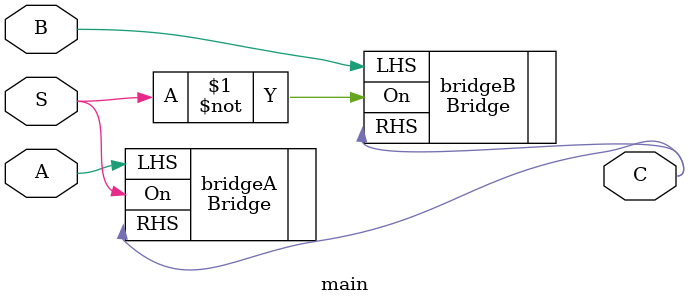
<source format=v>
`timescale 1ns / 1ps
module main( input A, input B, input S, output C );
	Bridge bridgeA(
		.LHS(A),
		.RHS(C),
		.On(S)
	);
	Bridge bridgeB(
		.LHS(B),
		.RHS(C),
		.On(~S)
	);

endmodule

</source>
